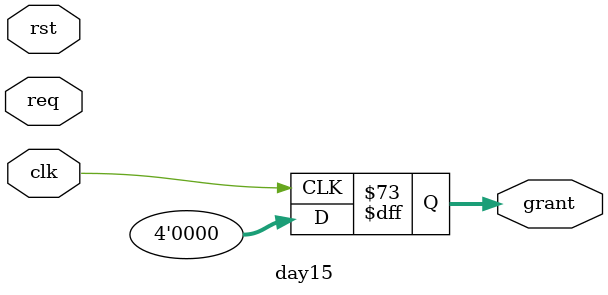
<source format=sv>
module day15(clk,rst,req,grant);
  input logic clk,rst;
  input logic [3:0] req;
  output logic [3:0] grant;
  
  logic [2:0] last_grant; 
  //logic [2:0] i=0;
  
  logic [2:0] index;
  always_ff @(posedge clk)
    begin
      if(rst)
        begin
          grant<=0;
          last_grant=1; //last grant given to system 1
        end
      else
       begin
         index=(last_grant+1)%4;
         if(req[index]==1)
           begin
             grant[index]=1;
             $display("req:%4b grant:%4b index:%0d",req,grant,index);
             last_grant=index;
           end
         
         else
           begin
             grant=0;
             last_grant=index;
           end
         grant=0;
       end
    end
endmodule

</source>
